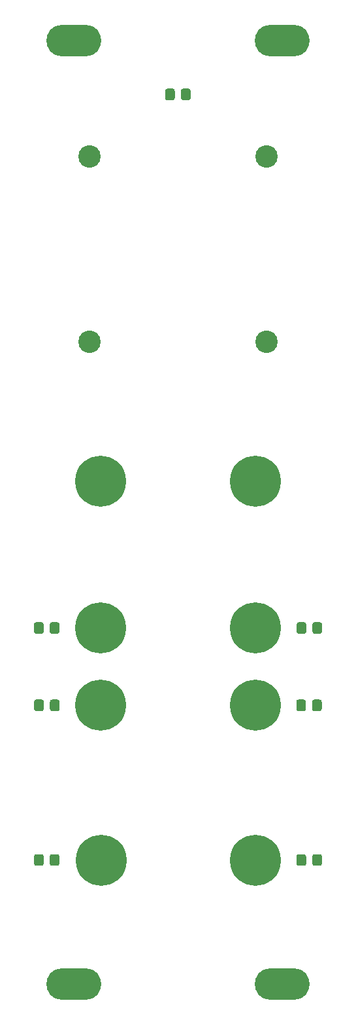
<source format=gts>
G04 #@! TF.GenerationSoftware,KiCad,Pcbnew,(5.1.9)-1*
G04 #@! TF.CreationDate,2021-04-12T22:44:31+02:00*
G04 #@! TF.ProjectId,KicadJE_Face,4b696361-644a-4455-9f46-6163652e6b69,rev?*
G04 #@! TF.SameCoordinates,Original*
G04 #@! TF.FileFunction,Soldermask,Top*
G04 #@! TF.FilePolarity,Negative*
%FSLAX46Y46*%
G04 Gerber Fmt 4.6, Leading zero omitted, Abs format (unit mm)*
G04 Created by KiCad (PCBNEW (5.1.9)-1) date 2021-04-12 22:44:31*
%MOMM*%
%LPD*%
G01*
G04 APERTURE LIST*
%ADD10O,7.102000X4.102000*%
%ADD11C,6.602000*%
%ADD12C,2.902000*%
G04 APERTURE END LIST*
D10*
X226500000Y-39000000D03*
D11*
X223000000Y-96000000D03*
D10*
X199500000Y-39000000D03*
X199500000Y-161000000D03*
D11*
X223000000Y-115000000D03*
D10*
X226500000Y-161000000D03*
D11*
X203000000Y-115000000D03*
X203075001Y-145000000D03*
X203000000Y-125000000D03*
X203000000Y-96000000D03*
X223000000Y-145000000D03*
X223000000Y-125000000D03*
G36*
G01*
X211324000Y-46478828D02*
X211324000Y-45521172D01*
G75*
G02*
X211596172Y-45249000I272172J0D01*
G01*
X212303828Y-45249000D01*
G75*
G02*
X212576000Y-45521172I0J-272172D01*
G01*
X212576000Y-46478828D01*
G75*
G02*
X212303828Y-46751000I-272172J0D01*
G01*
X211596172Y-46751000D01*
G75*
G02*
X211324000Y-46478828I0J272172D01*
G01*
G37*
G36*
G01*
X213374000Y-46478828D02*
X213374000Y-45521172D01*
G75*
G02*
X213646172Y-45249000I272172J0D01*
G01*
X214353828Y-45249000D01*
G75*
G02*
X214626000Y-45521172I0J-272172D01*
G01*
X214626000Y-46478828D01*
G75*
G02*
X214353828Y-46751000I-272172J0D01*
G01*
X213646172Y-46751000D01*
G75*
G02*
X213374000Y-46478828I0J272172D01*
G01*
G37*
G36*
G01*
X194324000Y-115478828D02*
X194324000Y-114521172D01*
G75*
G02*
X194596172Y-114249000I272172J0D01*
G01*
X195303828Y-114249000D01*
G75*
G02*
X195576000Y-114521172I0J-272172D01*
G01*
X195576000Y-115478828D01*
G75*
G02*
X195303828Y-115751000I-272172J0D01*
G01*
X194596172Y-115751000D01*
G75*
G02*
X194324000Y-115478828I0J272172D01*
G01*
G37*
G36*
G01*
X196374000Y-115478828D02*
X196374000Y-114521172D01*
G75*
G02*
X196646172Y-114249000I272172J0D01*
G01*
X197353828Y-114249000D01*
G75*
G02*
X197626000Y-114521172I0J-272172D01*
G01*
X197626000Y-115478828D01*
G75*
G02*
X197353828Y-115751000I-272172J0D01*
G01*
X196646172Y-115751000D01*
G75*
G02*
X196374000Y-115478828I0J272172D01*
G01*
G37*
G36*
G01*
X230424000Y-115478828D02*
X230424000Y-114521172D01*
G75*
G02*
X230696172Y-114249000I272172J0D01*
G01*
X231403828Y-114249000D01*
G75*
G02*
X231676000Y-114521172I0J-272172D01*
G01*
X231676000Y-115478828D01*
G75*
G02*
X231403828Y-115751000I-272172J0D01*
G01*
X230696172Y-115751000D01*
G75*
G02*
X230424000Y-115478828I0J272172D01*
G01*
G37*
G36*
G01*
X228374000Y-115478828D02*
X228374000Y-114521172D01*
G75*
G02*
X228646172Y-114249000I272172J0D01*
G01*
X229353828Y-114249000D01*
G75*
G02*
X229626000Y-114521172I0J-272172D01*
G01*
X229626000Y-115478828D01*
G75*
G02*
X229353828Y-115751000I-272172J0D01*
G01*
X228646172Y-115751000D01*
G75*
G02*
X228374000Y-115478828I0J272172D01*
G01*
G37*
G36*
G01*
X194349000Y-125478828D02*
X194349000Y-124521172D01*
G75*
G02*
X194621172Y-124249000I272172J0D01*
G01*
X195328828Y-124249000D01*
G75*
G02*
X195601000Y-124521172I0J-272172D01*
G01*
X195601000Y-125478828D01*
G75*
G02*
X195328828Y-125751000I-272172J0D01*
G01*
X194621172Y-125751000D01*
G75*
G02*
X194349000Y-125478828I0J272172D01*
G01*
G37*
G36*
G01*
X196399000Y-125478828D02*
X196399000Y-124521172D01*
G75*
G02*
X196671172Y-124249000I272172J0D01*
G01*
X197378828Y-124249000D01*
G75*
G02*
X197651000Y-124521172I0J-272172D01*
G01*
X197651000Y-125478828D01*
G75*
G02*
X197378828Y-125751000I-272172J0D01*
G01*
X196671172Y-125751000D01*
G75*
G02*
X196399000Y-125478828I0J272172D01*
G01*
G37*
G36*
G01*
X230374000Y-125478828D02*
X230374000Y-124521172D01*
G75*
G02*
X230646172Y-124249000I272172J0D01*
G01*
X231353828Y-124249000D01*
G75*
G02*
X231626000Y-124521172I0J-272172D01*
G01*
X231626000Y-125478828D01*
G75*
G02*
X231353828Y-125751000I-272172J0D01*
G01*
X230646172Y-125751000D01*
G75*
G02*
X230374000Y-125478828I0J272172D01*
G01*
G37*
G36*
G01*
X228324000Y-125478828D02*
X228324000Y-124521172D01*
G75*
G02*
X228596172Y-124249000I272172J0D01*
G01*
X229303828Y-124249000D01*
G75*
G02*
X229576000Y-124521172I0J-272172D01*
G01*
X229576000Y-125478828D01*
G75*
G02*
X229303828Y-125751000I-272172J0D01*
G01*
X228596172Y-125751000D01*
G75*
G02*
X228324000Y-125478828I0J272172D01*
G01*
G37*
G36*
G01*
X194324000Y-145478828D02*
X194324000Y-144521172D01*
G75*
G02*
X194596172Y-144249000I272172J0D01*
G01*
X195303828Y-144249000D01*
G75*
G02*
X195576000Y-144521172I0J-272172D01*
G01*
X195576000Y-145478828D01*
G75*
G02*
X195303828Y-145751000I-272172J0D01*
G01*
X194596172Y-145751000D01*
G75*
G02*
X194324000Y-145478828I0J272172D01*
G01*
G37*
G36*
G01*
X196374000Y-145478828D02*
X196374000Y-144521172D01*
G75*
G02*
X196646172Y-144249000I272172J0D01*
G01*
X197353828Y-144249000D01*
G75*
G02*
X197626000Y-144521172I0J-272172D01*
G01*
X197626000Y-145478828D01*
G75*
G02*
X197353828Y-145751000I-272172J0D01*
G01*
X196646172Y-145751000D01*
G75*
G02*
X196374000Y-145478828I0J272172D01*
G01*
G37*
G36*
G01*
X230399000Y-145478828D02*
X230399000Y-144521172D01*
G75*
G02*
X230671172Y-144249000I272172J0D01*
G01*
X231378828Y-144249000D01*
G75*
G02*
X231651000Y-144521172I0J-272172D01*
G01*
X231651000Y-145478828D01*
G75*
G02*
X231378828Y-145751000I-272172J0D01*
G01*
X230671172Y-145751000D01*
G75*
G02*
X230399000Y-145478828I0J272172D01*
G01*
G37*
G36*
G01*
X228349000Y-145478828D02*
X228349000Y-144521172D01*
G75*
G02*
X228621172Y-144249000I272172J0D01*
G01*
X229328828Y-144249000D01*
G75*
G02*
X229601000Y-144521172I0J-272172D01*
G01*
X229601000Y-145478828D01*
G75*
G02*
X229328828Y-145751000I-272172J0D01*
G01*
X228621172Y-145751000D01*
G75*
G02*
X228349000Y-145478828I0J272172D01*
G01*
G37*
D12*
X201500000Y-78000000D03*
X201500000Y-54000000D03*
X224500000Y-78000000D03*
X224500000Y-54000000D03*
M02*

</source>
